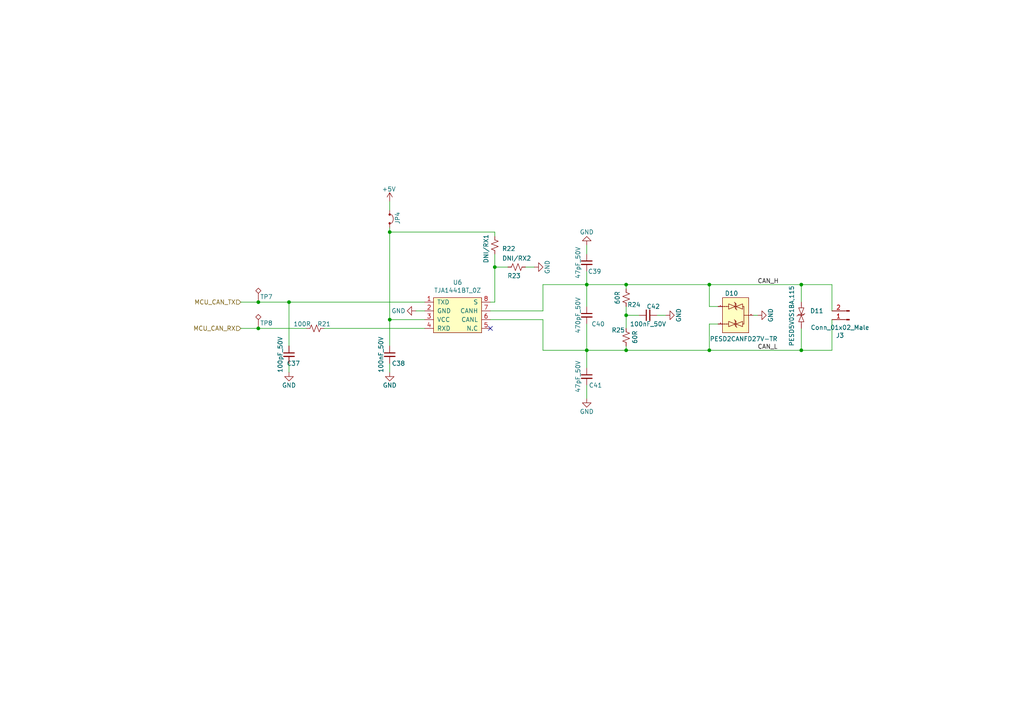
<source format=kicad_sch>
(kicad_sch (version 20231120) (generator "eeschema") (generator_version "8.0")
  (paper "A4")
  (lib_symbols
    (symbol "AKE_Capacitor:Capacitor_UnPolarised" (pin_numbers hide) (pin_names (offset 0.254) hide)
      (property "Reference" "C" (at 0.254 1.778 0))
      (property "Value" "Capacitor_UnPolarised" (at 0 -1.27 0))
      (symbol "Capacitor_UnPolarised_0_1"
        (polyline (pts (xy -1.524 -0.508) (xy 1.524 -0.508)) (stroke (width 0.3302)))
        (polyline (pts (xy -1.524 0.508) (xy 1.524 0.508)) (stroke (width 0.3048)))
      )
      (symbol "Capacitor_UnPolarised_1_1"
        (pin passive line (at 0 2.54 270) (length 2.032) (name "~") (number "1"))
        (pin passive line (at 0 -2.54 90) (length 2.032) (name "~") (number "2"))
      )
    )
    (symbol "AKE_Connector_Socket:Conn_01x02_Male" (pin_names (offset 1.016) hide)
      (property "Reference" "J" (at 0 2.54 0))
      (property "Value" "Conn_01x02_Male" (at 0 -5.08 0))
      (symbol "Conn_01x02_Male_1_1"
        (polyline (pts (xy 1.27 -2.54) (xy 0.8636 -2.54)) (stroke (width 0.1524)))
        (polyline (pts (xy 1.27 0) (xy 0.8636 0)) (stroke (width 0.1524)))
        (rectangle (start 0.8636 -2.413) (end 0 -2.667) (stroke (width 0.1524)) (fill (type outline)))
        (rectangle (start 0.8636 0.127) (end 0 -0.127) (stroke (width 0.1524)) (fill (type outline)))
        (pin passive line (at 5.08 0 180) (length 3.81) (name "Pin_1") (number "1"))
        (pin passive line (at 5.08 -2.54 180) (length 3.81) (name "Pin_2") (number "2"))
      )
    )
    (symbol "AKE_Device:Jumper_Pinheader" (pin_names (offset 0) hide)
      (property "Reference" "JP" (at 0 2.794 0))
      (symbol "Jumper_Pinheader_0_1"
        (arc (start 1.27 0.508) (mid 0 1.0341) (end -1.27 0.508))
      )
      (symbol "Jumper_Pinheader_1_0"
        (circle (center -1.27 0) (radius 0.254) (fill (type outline)))
        (circle (center 1.27 0) (radius 0.254) (fill (type outline)))
      )
      (symbol "Jumper_Pinheader_1_1"
        (pin passive line (at -2.54 0 0) (length 1.27) (name "A") (number "1"))
        (pin passive line (at 2.54 0 180) (length 1.27) (name "B") (number "2"))
      )
    )
    (symbol "AKE_Device:Test_Point" (pin_numbers hide) (pin_names (offset 0.762) hide)
      (property "Reference" "TP" (at 0 6.858 0))
      (property "Value" "Test_Point" (at 0 5.08 0))
      (symbol "Test_Point_0_1"
        (polyline (pts (xy 0 2.54) (xy -0.762 3.302) (xy 0 4.064) (xy 0.762 3.302) (xy 0 2.54)))
      )
      (symbol "Test_Point_1_1"
        (pin passive line (at 0 0 90) (length 2.54) (name "1") (number "1"))
      )
    )
    (symbol "AKE_Diode:Diode_TVS_Bidirectional" (pin_names (offset 1.016))
      (property "Reference" "D" (at 0.762 2.921 0))
      (property "Value" "Diode_TVS_Bidirectional" (at 4.318 5.207 0))
      (symbol "Diode_TVS_Bidirectional_0_1"
        (polyline (pts (xy 1.27 1.27) (xy 1.905 1.27)) (stroke (width 0.1524)))
        (polyline (pts (xy 4.064 2.032) (xy 3.556 2.54)) (stroke (width 0.1524)))
        (polyline (pts (xy 4.064 2.032) (xy 4.064 0.508)) (stroke (width 0.1524)))
        (polyline (pts (xy 6.35 1.27) (xy 5.969 1.27)) (stroke (width 0.1524)))
        (polyline (pts (xy 3.81 2.286) (xy 3.81 0.762) (xy 4.318 0.254)) (stroke (width 0.1524)))
        (polyline (pts (xy 3.81 1.27) (xy 1.905 0.508) (xy 1.905 2.032) (xy 3.81 1.27)) (stroke (width 0.1524)))
        (polyline (pts (xy 4.064 1.27) (xy 5.969 2.032) (xy 5.969 0.508) (xy 4.064 1.27)) (stroke (width 0.1524)))
      )
      (symbol "Diode_TVS_Bidirectional_1_1"
        (pin passive line (at 0 1.27 0) (length 1.27) (name "~") (number "1"))
        (pin passive line (at 7.62 1.27 180) (length 1.27) (name "~") (number "2"))
      )
    )
    (symbol "AKE_Power:+5V" (power) (pin_names (offset 0))
      (property "Value" "+5V" (at 0 3.556 0))
      (symbol "+5V_0_1"
        (polyline (pts (xy -0.762 1.27) (xy 0 2.54)))
        (polyline (pts (xy 0 0) (xy 0 2.54)))
        (polyline (pts (xy 0 2.54) (xy 0.762 1.27)))
      )
      (symbol "+5V_1_1"
        (pin power_in line (at 0 0 90) (length 0) hide (name "+5V") (number "1"))
      )
    )
    (symbol "AKE_Power:GND" (power) (pin_names (offset 0))
      (property "Value" "GND" (at 0 -3.81 0))
      (symbol "GND_0_1"
        (polyline (pts (xy 0 0) (xy 0 -1.27) (xy 1.27 -1.27) (xy 0 -2.54) (xy -1.27 -1.27) (xy 0 -1.27)))
      )
      (symbol "GND_1_1"
        (pin power_in line (at 0 0 270) (length 0) hide (name "GND") (number "1"))
      )
    )
    (symbol "AKE_Resistor:Resistor_US" (pin_numbers hide) (pin_names (offset 0.254) hide)
      (property "Reference" "R" (at 0.762 0.508 0))
      (property "Value" "Resistor_US" (at 0.762 -1.016 0))
      (symbol "Resistor_US_1_1"
        (polyline (pts (xy 0 0) (xy 1.016 -0.381) (xy 0 -0.762) (xy -1.016 -1.143) (xy 0 -1.524)))
        (polyline (pts (xy 0 1.524) (xy 1.016 1.143) (xy 0 0.762) (xy -1.016 0.381) (xy 0 0)))
        (pin passive line (at 0 2.54 270) (length 1.016) (name "~") (number "1"))
        (pin passive line (at 0 -2.54 90) (length 1.016) (name "~") (number "2"))
      )
    )
    (symbol "DC_DCU_v0.1-rescue:PESD2CANFD27V-TR-AKE_Diode" (pin_names (offset 1.016))
      (property "Reference" "D" (at 11.43 3.81 0))
      (property "Value" "PESD2CANFD27V-TR-AKE_Diode" (at 16.51 0 0))
      (symbol "PESD2CANFD27V-TR-AKE_Diode_0_1"
        (polyline (pts (xy 2.54 2.667) (xy 2.54 3.048)) (stroke (width 0.1524)))
        (polyline (pts (xy 2.54 7.62) (xy 2.54 8.382)))
        (polyline (pts (xy 2.54 7.747) (xy 2.54 7.112)) (stroke (width 0.1524)))
        (polyline (pts (xy 2.54 8.255) (xy 2.54 8.89)))
        (polyline (pts (xy 3.302 4.953) (xy 1.778 4.953)) (stroke (width 0.1524)))
        (polyline (pts (xy 3.302 4.953) (xy 3.81 5.461)) (stroke (width 0.1524)))
        (polyline (pts (xy 5.08 2.032) (xy 5.08 2.667)))
        (polyline (pts (xy 5.08 2.286) (xy 5.08 1.27)))
        (polyline (pts (xy 7.62 2.667) (xy 2.54 2.667)))
        (polyline (pts (xy 7.62 2.667) (xy 7.62 3.048)) (stroke (width 0.1524)))
        (polyline (pts (xy 7.62 7.62) (xy 7.62 8.382)))
        (polyline (pts (xy 7.62 7.747) (xy 7.62 7.112)) (stroke (width 0.1524)))
        (polyline (pts (xy 7.62 8.255) (xy 7.62 8.89)))
        (polyline (pts (xy 8.382 4.953) (xy 6.858 4.953)) (stroke (width 0.1524)))
        (polyline (pts (xy 8.382 4.953) (xy 8.89 5.461)) (stroke (width 0.1524)))
        (polyline (pts (xy 3.556 5.207) (xy 2.032 5.207) (xy 1.524 4.699)) (stroke (width 0.1524)))
        (polyline (pts (xy 8.636 5.207) (xy 7.112 5.207) (xy 6.604 4.699)) (stroke (width 0.1524)))
        (polyline (pts (xy 2.54 4.953) (xy 3.302 3.048) (xy 1.778 3.048) (xy 2.54 4.953)) (stroke (width 0.1524)))
        (polyline (pts (xy 2.54 5.207) (xy 1.778 7.112) (xy 3.302 7.112) (xy 2.54 5.207)) (stroke (width 0.1524)))
        (polyline (pts (xy 7.62 4.953) (xy 8.382 3.048) (xy 6.858 3.048) (xy 7.62 4.953)) (stroke (width 0.1524)))
        (polyline (pts (xy 7.62 5.207) (xy 6.858 7.112) (xy 8.382 7.112) (xy 7.62 5.207)) (stroke (width 0.1524)))
        (rectangle (start 10.16 8.89) (end 0 1.27) (fill (type background)))
      )
      (symbol "PESD2CANFD27V-TR-AKE_Diode_1_1"
        (pin passive line (at 7.62 10.16 270) (length 1.27) (name "~") (number "1"))
        (pin passive line (at 2.54 10.16 270) (length 1.27) (name "~") (number "2"))
        (pin passive line (at 5.08 0 90) (length 1.27) (name "~") (number "3"))
      )
    )
    (symbol "DC_DCU_v0.1-rescue:TJA1441BT_0Z-AKE_IC" (pin_names (offset 1.016))
      (property "Reference" "U" (at 3.81 11.43 0))
      (property "Value" "TJA1441BT_0Z-AKE_IC" (at 8.89 -1.27 0))
      (symbol "TJA1441BT_0Z-AKE_IC_0_1"
        (rectangle (start 2.54 10.16) (end 16.51 0) (fill (type background)))
      )
      (symbol "TJA1441BT_0Z-AKE_IC_1_1"
        (pin input line (at 0 8.89 0) (length 2.54) (name "TXD") (number "1"))
        (pin input line (at 0 6.35 0) (length 2.54) (name "GND") (number "2"))
        (pin input line (at 0 3.81 0) (length 2.54) (name "VCC") (number "3"))
        (pin input line (at 0 1.27 0) (length 2.54) (name "RXD") (number "4"))
        (pin input line (at 19.05 1.27 180) (length 2.54) (name "N.C") (number "5"))
        (pin input line (at 19.05 3.81 180) (length 2.54) (name "CANL") (number "6"))
        (pin input line (at 19.05 6.35 180) (length 2.54) (name "CANH") (number "7"))
        (pin input line (at 19.05 8.89 180) (length 2.54) (name "S") (number "8"))
      )
    )
  )
  (junction (at 143.51 77.47))
  (junction (at 113.03 92.71))
  (junction (at 181.61 101.6))
  (junction (at 232.41 82.55))
  (junction (at 74.93 87.63))
  (junction (at 181.61 91.44))
  (junction (at 83.82 87.63))
  (junction (at 113.03 67.31))
  (junction (at 232.41 101.6))
  (junction (at 181.61 82.55))
  (junction (at 170.18 101.6))
  (junction (at 74.93 95.25))
  (junction (at 205.74 82.55))
  (junction (at 205.74 101.6))
  (junction (at 170.18 82.55))
  (no_connect (at 142.24 95.25))
  (wire (pts (xy 143.51 67.31) (xy 113.03 67.31)))
  (wire (pts (xy 181.61 91.44) (xy 181.61 95.25)))
  (wire (pts (xy 142.24 90.17) (xy 157.48 90.17)))
  (wire (pts (xy 232.41 101.6) (xy 241.3 101.6)))
  (wire (pts (xy 241.3 101.6) (xy 241.3 92.71)))
  (wire (pts (xy 232.41 95.25) (xy 232.41 101.6)))
  (wire (pts (xy 208.28 88.9) (xy 205.74 88.9)))
  (wire (pts (xy 205.74 82.55) (xy 232.41 82.55)))
  (wire (pts (xy 170.18 73.66) (xy 170.18 71.12)))
  (wire (pts (xy 143.51 87.63) (xy 142.24 87.63)))
  (wire (pts (xy 205.74 88.9) (xy 205.74 82.55)))
  (wire (pts (xy 157.48 92.71) (xy 157.48 101.6)))
  (wire (pts (xy 181.61 82.55) (xy 181.61 83.82)))
  (wire (pts (xy 170.18 82.55) (xy 170.18 88.9)))
  (wire (pts (xy 181.61 100.33) (xy 181.61 101.6)))
  (wire (pts (xy 113.03 92.71) (xy 123.19 92.71)))
  (wire (pts (xy 113.03 105.41) (xy 113.03 107.95)))
  (wire (pts (xy 143.51 77.47) (xy 143.51 73.66)))
  (wire (pts (xy 143.51 87.63) (xy 143.51 77.47)))
  (wire (pts (xy 193.04 91.44) (xy 190.5 91.44)))
  (wire (pts (xy 170.18 111.76) (xy 170.18 115.57)))
  (wire (pts (xy 170.18 78.74) (xy 170.18 82.55)))
  (wire (pts (xy 205.74 101.6) (xy 232.41 101.6)))
  (wire (pts (xy 143.51 68.58) (xy 143.51 67.31)))
  (wire (pts (xy 83.82 87.63) (xy 83.82 100.33)))
  (wire (pts (xy 113.03 67.31) (xy 113.03 92.71)))
  (wire (pts (xy 74.93 87.63) (xy 83.82 87.63)))
  (wire (pts (xy 157.48 101.6) (xy 170.18 101.6)))
  (wire (pts (xy 83.82 105.41) (xy 83.82 107.95)))
  (wire (pts (xy 232.41 82.55) (xy 232.41 87.63)))
  (wire (pts (xy 170.18 101.6) (xy 181.61 101.6)))
  (wire (pts (xy 241.3 82.55) (xy 241.3 90.17)))
  (wire (pts (xy 170.18 93.98) (xy 170.18 101.6)))
  (wire (pts (xy 142.24 92.71) (xy 157.48 92.71)))
  (wire (pts (xy 157.48 82.55) (xy 170.18 82.55)))
  (wire (pts (xy 232.41 82.55) (xy 241.3 82.55)))
  (wire (pts (xy 143.51 77.47) (xy 147.32 77.47)))
  (wire (pts (xy 181.61 101.6) (xy 205.74 101.6)))
  (wire (pts (xy 113.03 58.42) (xy 113.03 60.96)))
  (wire (pts (xy 181.61 82.55) (xy 205.74 82.55)))
  (wire (pts (xy 113.03 66.04) (xy 113.03 67.31)))
  (wire (pts (xy 208.28 93.98) (xy 205.74 93.98)))
  (wire (pts (xy 113.03 100.33) (xy 113.03 92.71)))
  (wire (pts (xy 205.74 93.98) (xy 205.74 101.6)))
  (wire (pts (xy 69.85 95.25) (xy 74.93 95.25)))
  (wire (pts (xy 218.44 91.44) (xy 219.71 91.44)))
  (wire (pts (xy 170.18 106.68) (xy 170.18 101.6)))
  (wire (pts (xy 74.93 95.25) (xy 88.9 95.25)))
  (wire (pts (xy 170.18 82.55) (xy 181.61 82.55)))
  (wire (pts (xy 157.48 90.17) (xy 157.48 82.55)))
  (wire (pts (xy 120.65 90.17) (xy 123.19 90.17)))
  (wire (pts (xy 93.98 95.25) (xy 123.19 95.25)))
  (wire (pts (xy 181.61 91.44) (xy 181.61 88.9)))
  (wire (pts (xy 185.42 91.44) (xy 181.61 91.44)))
  (wire (pts (xy 69.85 87.63) (xy 74.93 87.63)))
  (wire (pts (xy 152.4 77.47) (xy 154.94 77.47)))
  (wire (pts (xy 83.82 87.63) (xy 123.19 87.63)))
  (label "CAN_L" (at 219.71 101.6 0))
  (label "CAN_H" (at 219.71 82.55 0))
  (hierarchical_label "MCU_CAN_TX" (shape input) (at 69.85 87.63 180))
  (hierarchical_label "MCU_CAN_RX" (shape input) (at 69.85 95.25 180))
  (symbol (lib_id "AKE_Power:GND") (at 170.18 115.57 0) (mirror y) (unit 1)
    (property "Reference" "#PWR055" (effects (hide yes)))
    (property "Value" "GND" (at 170.18 119.38 0))
  )
  (symbol (lib_id "AKE_Diode:Diode_TVS_Bidirectional") (at 233.68 95.25 90) (unit 1)
    (property "Reference" "D11" (at 234.95 90.1699 90) (effects (justify right)))
    (property "Value" "PESD5V0S1BA,115" (at 229.616 82.804 0) (effects (justify right)))
    (property "Footprint" "AKE_Diode_SMD:SOD-323" (effects (hide yes)))
    (property "MFG P/N" "*" (effects (hide yes)))
  )
  (symbol (lib_id "AKE_Power:GND") (at 154.94 77.47 90) (mirror x) (unit 1)
    (property "Reference" "#PWR053" (effects (hide yes)))
    (property "Value" "GND" (at 158.75 77.47 0))
  )
  (symbol (lib_id "AKE_Power:GND") (at 170.18 71.12 0) (mirror x) (unit 1)
    (property "Reference" "#PWR054" (effects (hide yes)))
    (property "Value" "GND" (at 170.18 67.31 0))
  )
  (symbol (lib_id "AKE_Device:Test_Point") (at 74.93 95.25 0) (unit 1)
    (property "Reference" "TP8" (at 75.438 93.726 0) (effects (justify left)))
    (property "Value" "Test_Point" (effects (hide yes)))
    (property "Footprint" "AKE_PCB:TEST_POINT" (effects (hide yes)))
    (property "Description" "test point (alternative shape)" (effects (hide yes)))
  )
  (symbol (lib_id "AKE_Power:GND") (at 120.65 90.17 270) (mirror x) (unit 1)
    (property "Reference" "#PWR050" (effects (hide yes)))
    (property "Value" "GND" (at 115.57 90.17 90))
  )
  (symbol (lib_id "AKE_Capacitor:Capacitor_UnPolarised") (at 83.82 102.87 0) (mirror y) (unit 1)
    (property "Reference" "C37" (at 85.09 105.41 0))
    (property "Value" "100pF_50V" (at 81.28 102.87 90))
    (property "Footprint" "AKE_Capacitor_SMD:CAP_0603" (effects (hide yes)))
    (property "MFG P/N" "*" (effects (hide yes)))
  )
  (symbol (lib_id "DC_DCU_v0.1-rescue:PESD2CANFD27V-TR-AKE_Diode") (at 218.44 96.52 90) (unit 1)
    (property "Reference" "D10" (at 214.122 85.09 90) (effects (justify left)))
    (property "Value" "PESD2CANFD27V-TR" (at 225.552 98.298 90) (effects (justify left)))
    (property "Footprint" "AKE_Diode_SMD:SOT-23" (effects (hide yes)))
    (property "Datasheet" "https://datasheet.octopart.com/PESD2CANFD27V-TR-Nexperia-datasheet-130011581.pdf" (effects (hide yes)))
    (property "MFG P/N" "PESD2CANFD27V-TR" (effects (hide yes)))
  )
  (symbol (lib_id "AKE_Power:GND") (at 219.71 91.44 90) (mirror x) (unit 1)
    (property "Reference" "#PWR057" (effects (hide yes)))
    (property "Value" "GND" (at 223.52 91.44 0))
  )
  (symbol (lib_id "AKE_Connector_Socket:Conn_01x02_Male") (at 246.38 92.71 180) (unit 1)
    (property "Reference" "J3" (at 243.6368 97.3074 0))
    (property "Value" "Conn_01x02_Male" (at 243.6368 94.996 0))
    (property "Footprint" "AKE_Connector_W2B:TerminalBlock_Phoenix_MKDS-1,5-2_1x02_P5.00mm_Horizontal" (effects (hide yes)))
    (property "MFG P/N" "L-KLS2-306V-5.00-02P-4C " (effects (hide yes)))
  )
  (symbol (lib_id "AKE_Resistor:Resistor_US") (at 143.51 71.12 0) (unit 1)
    (property "Reference" "R22" (at 147.574 72.136 0))
    (property "Value" "DNI/RX1" (at 140.97 72.136 90))
    (property "Footprint" "AKE_Resistor_SMD:RES_0603" (effects (hide yes)))
    (property "MFG P/N" "*" (effects (hide yes)))
  )
  (symbol (lib_id "AKE_Power:GND") (at 113.03 107.95 0) (mirror y) (unit 1)
    (property "Reference" "#PWR051" (effects (hide yes)))
    (property "Value" "GND" (at 113.03 111.76 0))
  )
  (symbol (lib_id "AKE_Capacitor:Capacitor_UnPolarised") (at 170.18 76.2 0) (mirror y) (unit 1)
    (property "Reference" "C39" (at 172.466 78.74 0))
    (property "Value" "47pF_50V" (at 167.64 76.2 90))
    (property "Footprint" "AKE_Capacitor_SMD:CAP_0603" (effects (hide yes)))
    (property "MFG P/N" "*" (effects (hide yes)))
  )
  (symbol (lib_id "AKE_Device:Test_Point") (at 74.93 87.63 0) (unit 1)
    (property "Reference" "TP7" (at 75.438 86.106 0) (effects (justify left)))
    (property "Value" "Test_Point" (effects (hide yes)))
    (property "Footprint" "AKE_PCB:TEST_POINT" (effects (hide yes)))
    (property "Description" "test point (alternative shape)" (effects (hide yes)))
  )
  (symbol (lib_id "AKE_Device:Jumper_Pinheader") (at 113.03 63.5 270) (unit 1)
    (property "Reference" "JP4" (at 115.316 63.246 0))
    (property "Value" "Jumper_Pinheader" (effects (hide yes)))
    (property "Footprint" "AKE_Pinheader_TH:PinHeader_1x02_P2.54mm_Vertical" (effects (hide yes)))
    (property "Description" "Jumper, 2-pole, open" (effects (hide yes)))
    (property "MFG P/N" "*" (effects (hide yes)))
  )
  (symbol (lib_id "AKE_Resistor:Resistor_US") (at 91.44 95.25 90) (unit 1)
    (property "Reference" "R21" (at 93.98 93.98 90))
    (property "Value" "100R" (at 87.63 93.98 90))
    (property "Footprint" "AKE_Resistor_SMD:RES_0603" (effects (hide yes)))
    (property "MFG P/N" "*" (effects (hide yes)))
  )
  (symbol (lib_id "AKE_Resistor:Resistor_US") (at 149.86 77.47 270) (unit 1)
    (property "Reference" "R23" (at 149.098 80.01 90))
    (property "Value" "DNI/RX2" (at 149.86 74.93 90))
    (property "Footprint" "AKE_Resistor_SMD:RES_0603" (effects (hide yes)))
    (property "MFG P/N" "*" (effects (hide yes)))
  )
  (symbol (lib_id "AKE_Capacitor:Capacitor_UnPolarised") (at 187.96 91.44 90) (mirror x) (unit 1)
    (property "Reference" "C42" (at 189.484 88.9 90))
    (property "Value" "100nF_50V" (at 187.96 93.98 90))
    (property "Footprint" "AKE_Capacitor_SMD:CAP_0603" (effects (hide yes)))
    (property "MFG P/N" "*" (effects (hide yes)))
  )
  (symbol (lib_id "DC_DCU_v0.1-rescue:TJA1441BT_0Z-AKE_IC") (at 123.19 96.52 0) (unit 1)
    (property "Reference" "U6" (at 132.715 81.915 0))
    (property "Value" "TJA1441BT_0Z" (at 132.715 84.2264 0))
    (property "Footprint" "AKE_IC_SMD:SOIC-8_3.9x4.9mm_P1.27mm" (effects (hide yes)))
    (property "Datasheet" "https://www.nxp.com/docs/en/data-sheet/TJA1441.pdf" (effects (hide yes)))
    (property "MFG P/N" "TJA1441BT/0Z" (effects (hide yes)))
  )
  (symbol (lib_id "AKE_Capacitor:Capacitor_UnPolarised") (at 170.18 91.44 0) (mirror y) (unit 1)
    (property "Reference" "C40" (at 173.482 93.98 0))
    (property "Value" "470pF_50V" (at 167.64 91.44 90))
    (property "Footprint" "AKE_Capacitor_SMD:CAP_0603" (effects (hide yes)))
    (property "MFG P/N" "*" (effects (hide yes)))
  )
  (symbol (lib_id "AKE_Capacitor:Capacitor_UnPolarised") (at 170.18 109.22 0) (mirror y) (unit 1)
    (property "Reference" "C41" (at 172.72 111.76 0))
    (property "Value" "47pF_50V" (at 167.64 109.22 90))
    (property "Footprint" "AKE_Capacitor_SMD:CAP_0603" (effects (hide yes)))
    (property "MFG P/N" "*" (effects (hide yes)))
  )
  (symbol (lib_id "AKE_Resistor:Resistor_US") (at 181.61 86.36 0) (unit 1)
    (property "Reference" "R24" (at 183.896 88.392 0))
    (property "Value" "60R" (at 179.07 86.36 90))
    (property "Footprint" "AKE_Resistor_SMD:RES_0603" (effects (hide yes)))
    (property "MFG P/N" "*" (effects (hide yes)))
  )
  (symbol (lib_id "AKE_Power:GND") (at 83.82 107.95 0) (mirror y) (unit 1)
    (property "Reference" "#PWR048" (effects (hide yes)))
    (property "Value" "GND" (at 83.82 111.76 0))
  )
  (symbol (lib_id "AKE_Power:GND") (at 193.04 91.44 90) (mirror x) (unit 1)
    (property "Reference" "#PWR056" (effects (hide yes)))
    (property "Value" "GND" (at 196.85 91.44 0))
  )
  (symbol (lib_id "AKE_Capacitor:Capacitor_UnPolarised") (at 113.03 102.87 0) (mirror y) (unit 1)
    (property "Reference" "C38" (at 115.57 105.41 0))
    (property "Value" "100nF_50V" (at 110.49 102.87 90))
    (property "Footprint" "AKE_Capacitor_SMD:CAP_0603" (effects (hide yes)))
    (property "MFG P/N" "*" (effects (hide yes)))
  )
  (symbol (lib_id "AKE_Power:+5V") (at 113.03 58.42 0) (unit 1)
    (property "Reference" "#PWR049" (effects (hide yes)))
    (property "Value" "+5V" (at 110.744 54.864 0) (effects (justify left)))
  )
  (symbol (lib_id "AKE_Resistor:Resistor_US") (at 181.61 97.79 180) (unit 1)
    (property "Reference" "R25" (at 179.324 95.758 0))
    (property "Value" "60R" (at 184.15 97.79 90))
    (property "Footprint" "AKE_Resistor_SMD:RES_0603" (effects (hide yes)))
    (property "MFG P/N" "*" (effects (hide yes)))
  )
)
</source>
